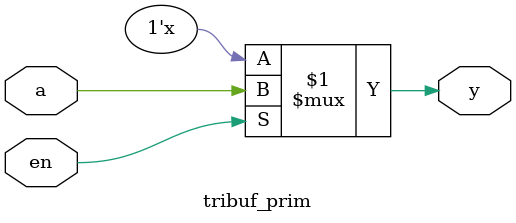
<source format=v>
module tribuf_prim (
    input  a,
    input  en,
    output y
);
    // TODO: instantiate the built-in tri-state buffer
    // bufif1 <instance_name> ( <out>, <in>, <enable> );
    bufif1 b1(y,a,en);
    
endmodule

</source>
